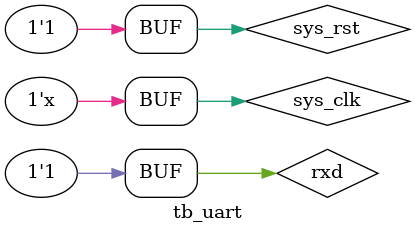
<source format=v>
`timescale 1ns/1ns
module tb_uart();

reg sys_clk;
reg sys_rst;
reg rxd;
wire txd;

always #10 sys_clk = ~sys_clk;

// 发送数据 8'b0101_0101
parameter [7:0]data = 8'b0101_0101;

initial begin
    sys_clk <= 1'b0; 
    rxd <= 1'b1;

    sys_rst <= 1'b0;
    #50
    sys_rst <= 1'b1;

    #1000
    // 开始发送数据
    rxd <= 1'b0;  // 起始位
    #8680
    rxd <= data[0];
    #8680
    rxd <= data[1];
    #8680
    rxd <= data[2];
    #8680
    rxd <= data[3];
    #8680
    rxd <= data[4];
    #8680
    rxd <= data[5];
    #8680
    rxd <= data[6];
    #8680
    rxd <= data[7];
    #8680
    rxd <= 1'b1;  // 停止位
    #8680
    rxd <= 1'b1;  // 空闲了
end


uart_top u_uart_top(
    .sys_clk(sys_clk),  // U18
    .sys_rst(sys_rst),  //J15
    .rxd(rxd),
    .txd(txd)
);


endmodule
</source>
